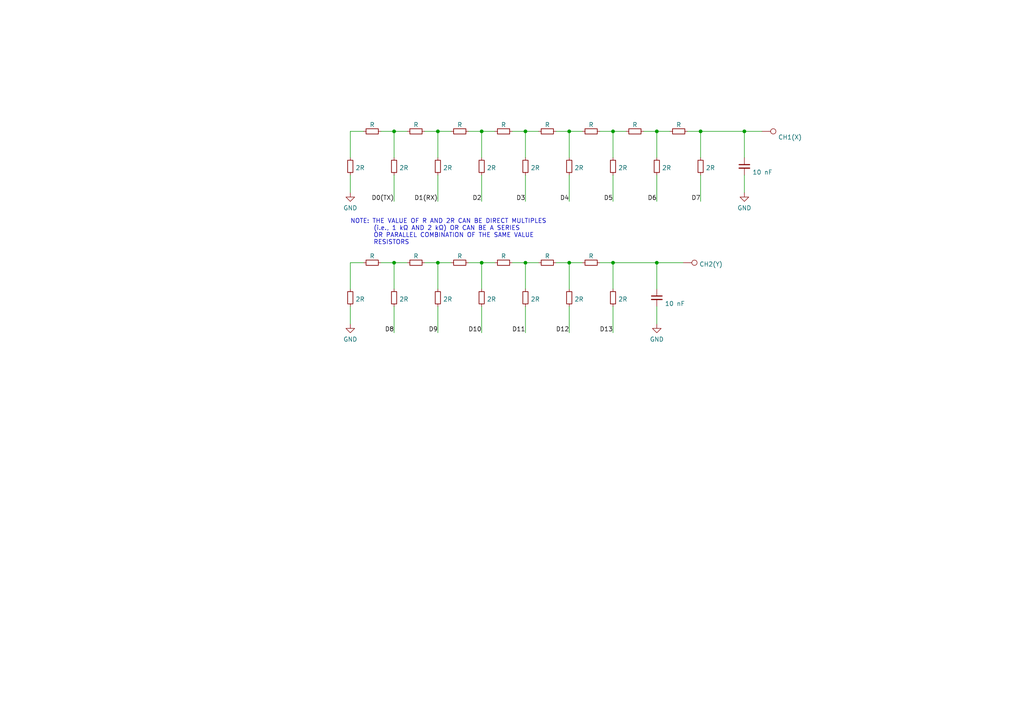
<source format=kicad_sch>
(kicad_sch (version 20211123) (generator eeschema)
  (paper "A4")
  (lib_symbols
    (symbol "Connector:TestPoint" (pin_numbers hide) (pin_names (offset 0.762) hide)
      (property "Reference" "TP" (at 0 6.858 0))
      (property "Value" "TestPoint" (at 0 5.08 0))
      (symbol "TestPoint_0_1"
        (circle (center 0 3.302) (radius 0.762))
      )
      (symbol "TestPoint_1_1"
        (pin passive line (at 0 0 90) (length 2.54) (name "1") (number "1"))
      )
    )
    (symbol "Device:C_Small" (pin_numbers hide) (pin_names (offset 0.254) hide)
      (property "Reference" "C" (at 0.254 1.778 0))
      (property "Value" "C_Small" (at 0.254 -2.032 0))
      (symbol "C_Small_0_1"
        (polyline (pts (xy -1.524 -0.508) (xy 1.524 -0.508)) (stroke (width 0.3302)))
        (polyline (pts (xy -1.524 0.508) (xy 1.524 0.508)) (stroke (width 0.3048)))
      )
      (symbol "C_Small_1_1"
        (pin passive line (at 0 2.54 270) (length 2.032) (name "~") (number "1"))
        (pin passive line (at 0 -2.54 90) (length 2.032) (name "~") (number "2"))
      )
    )
    (symbol "Device:R_Small" (pin_numbers hide) (pin_names (offset 0.254) hide)
      (property "Reference" "R" (at 0.762 0.508 0))
      (property "Value" "R_Small" (at 0.762 -1.016 0))
      (symbol "R_Small_0_1"
        (rectangle (start -0.762 1.778) (end 0.762 -1.778) (stroke (width 0.2032)))
      )
      (symbol "R_Small_1_1"
        (pin passive line (at 0 2.54 270) (length 0.762) (name "~") (number "1"))
        (pin passive line (at 0 -2.54 90) (length 0.762) (name "~") (number "2"))
      )
    )
    (symbol "power:GND" (power) (pin_names (offset 0))
      (property "Value" "GND" (at 0 -3.81 0))
      (symbol "GND_0_1"
        (polyline (pts (xy 0 0) (xy 0 -1.27) (xy 1.27 -1.27) (xy 0 -2.54) (xy -1.27 -1.27) (xy 0 -1.27)))
      )
      (symbol "GND_1_1"
        (pin power_in line (at 0 0 270) (length 0) hide (name "GND") (number "1"))
      )
    )
  )
  (junction (at 177.8 76.2))
  (junction (at 165.1 76.2))
  (junction (at 165.1 38.1))
  (junction (at 139.7 38.1))
  (junction (at 177.8 38.1))
  (junction (at 152.4 76.2))
  (junction (at 152.4 38.1))
  (junction (at 190.5 38.1))
  (junction (at 203.2 38.1))
  (junction (at 114.3 76.2))
  (junction (at 127 38.1))
  (junction (at 127 76.2))
  (junction (at 139.7 76.2))
  (junction (at 215.9 38.1))
  (junction (at 190.5 76.2))
  (junction (at 114.3 38.1))
  (wire (pts (xy 173.99 76.2) (xy 177.8 76.2)))
  (wire (pts (xy 114.3 38.1) (xy 114.3 45.72)))
  (wire (pts (xy 148.59 38.1) (xy 152.4 38.1)))
  (wire (pts (xy 127 88.9) (xy 127 96.52)))
  (wire (pts (xy 152.4 38.1) (xy 156.21 38.1)))
  (wire (pts (xy 139.7 88.9) (xy 139.7 96.52)))
  (wire (pts (xy 123.19 38.1) (xy 127 38.1)))
  (wire (pts (xy 190.5 76.2) (xy 177.8 76.2)))
  (wire (pts (xy 161.29 76.2) (xy 165.1 76.2)))
  (wire (pts (xy 139.7 38.1) (xy 143.51 38.1)))
  (wire (pts (xy 177.8 83.82) (xy 177.8 76.2)))
  (wire (pts (xy 165.1 76.2) (xy 168.91 76.2)))
  (wire (pts (xy 148.59 76.2) (xy 152.4 76.2)))
  (wire (pts (xy 177.8 50.8) (xy 177.8 58.42)))
  (wire (pts (xy 186.69 38.1) (xy 190.5 38.1)))
  (wire (pts (xy 101.6 45.72) (xy 101.6 38.1)))
  (wire (pts (xy 177.8 38.1) (xy 181.61 38.1)))
  (wire (pts (xy 215.9 45.72) (xy 215.9 38.1)))
  (wire (pts (xy 127 38.1) (xy 130.81 38.1)))
  (wire (pts (xy 152.4 50.8) (xy 152.4 58.42)))
  (wire (pts (xy 101.6 76.2) (xy 105.41 76.2)))
  (wire (pts (xy 101.6 83.82) (xy 101.6 76.2)))
  (wire (pts (xy 165.1 38.1) (xy 165.1 45.72)))
  (wire (pts (xy 139.7 76.2) (xy 143.51 76.2)))
  (wire (pts (xy 114.3 50.8) (xy 114.3 58.42)))
  (wire (pts (xy 101.6 88.9) (xy 101.6 93.98)))
  (wire (pts (xy 110.49 38.1) (xy 114.3 38.1)))
  (wire (pts (xy 177.8 45.72) (xy 177.8 38.1)))
  (wire (pts (xy 190.5 83.82) (xy 190.5 76.2)))
  (wire (pts (xy 152.4 88.9) (xy 152.4 96.52)))
  (wire (pts (xy 152.4 38.1) (xy 152.4 45.72)))
  (wire (pts (xy 165.1 50.8) (xy 165.1 58.42)))
  (wire (pts (xy 127 50.8) (xy 127 58.42)))
  (wire (pts (xy 215.9 50.8) (xy 215.9 55.88)))
  (wire (pts (xy 190.5 76.2) (xy 198.12 76.2)))
  (wire (pts (xy 135.89 38.1) (xy 139.7 38.1)))
  (wire (pts (xy 110.49 76.2) (xy 114.3 76.2)))
  (wire (pts (xy 152.4 76.2) (xy 156.21 76.2)))
  (wire (pts (xy 190.5 88.9) (xy 190.5 93.98)))
  (wire (pts (xy 165.1 88.9) (xy 165.1 96.52)))
  (wire (pts (xy 135.89 76.2) (xy 139.7 76.2)))
  (wire (pts (xy 203.2 45.72) (xy 203.2 38.1)))
  (wire (pts (xy 190.5 38.1) (xy 194.31 38.1)))
  (wire (pts (xy 127 83.82) (xy 127 76.2)))
  (wire (pts (xy 139.7 38.1) (xy 139.7 45.72)))
  (wire (pts (xy 177.8 88.9) (xy 177.8 96.52)))
  (wire (pts (xy 139.7 76.2) (xy 139.7 83.82)))
  (wire (pts (xy 190.5 38.1) (xy 190.5 45.72)))
  (wire (pts (xy 165.1 38.1) (xy 168.91 38.1)))
  (wire (pts (xy 114.3 88.9) (xy 114.3 96.52)))
  (wire (pts (xy 161.29 38.1) (xy 165.1 38.1)))
  (wire (pts (xy 203.2 50.8) (xy 203.2 58.42)))
  (wire (pts (xy 173.99 38.1) (xy 177.8 38.1)))
  (wire (pts (xy 101.6 38.1) (xy 105.41 38.1)))
  (wire (pts (xy 114.3 38.1) (xy 118.11 38.1)))
  (wire (pts (xy 114.3 76.2) (xy 118.11 76.2)))
  (wire (pts (xy 165.1 76.2) (xy 165.1 83.82)))
  (wire (pts (xy 190.5 50.8) (xy 190.5 58.42)))
  (wire (pts (xy 114.3 76.2) (xy 114.3 83.82)))
  (wire (pts (xy 127 45.72) (xy 127 38.1)))
  (wire (pts (xy 123.19 76.2) (xy 127 76.2)))
  (wire (pts (xy 127 76.2) (xy 130.81 76.2)))
  (wire (pts (xy 139.7 50.8) (xy 139.7 58.42)))
  (wire (pts (xy 152.4 76.2) (xy 152.4 83.82)))
  (wire (pts (xy 101.6 50.8) (xy 101.6 55.88)))
  (wire (pts (xy 215.9 38.1) (xy 203.2 38.1)))
  (wire (pts (xy 215.9 38.1) (xy 220.98 38.1)))
  (wire (pts (xy 203.2 38.1) (xy 199.39 38.1)))
  (text "NOTE: THE VALUE OF R AND 2R CAN BE DIRECT MULTIPLES\n	  (i.e., 1 kΩ AND 2 kΩ) OR CAN BE A SERIES\n	  OR PARALLEL COMBINATION OF THE SAME VALUE\n	  RESISTORS" (at 101.6 71.12 0) (effects (font (size 1.27 1.27)) (justify left bottom)))
  (label "D9" (at 127 96.52 180))
  (label "D10" (at 139.7 96.52 180))
  (label "D0(TX)" (at 114.3 58.42 180))
  (label "D11" (at 152.4 96.52 180))
  (label "D2" (at 139.7 58.42 180))
  (label "D7" (at 203.2 58.42 180))
  (label "D5" (at 177.8 58.42 180))
  (label "D3" (at 152.4 58.42 180))
  (label "D12" (at 165.1 96.52 180))
  (label "D13" (at 177.8 96.52 180))
  (label "D4" (at 165.1 58.42 180))
  (label "D6" (at 190.5 58.42 180))
  (label "D1(RX)" (at 127 58.42 180))
  (label "D8" (at 114.3 96.52 180))
  (symbol (lib_id "Device:R_Small") (at 184.15 38.1 90) (unit 1)
    (property "Reference" "R?" (effects hide))
    (property "Value" "R" (at 184.15 36.2006 90))
  )
  (symbol (lib_id "Connector:TestPoint") (at 198.12 76.2 270) (unit 1)
    (property "Reference" "TP?" (effects hide))
    (property "Value" "CH2(Y)" (at 202.819 76.6338 90) (effects (justify left)))
  )
  (symbol (lib_id "Device:R_Small") (at 127 86.36 0) (unit 1)
    (property "Reference" "R?" (effects hide))
    (property "Value" "2R" (at 128.4986 86.7938 0) (effects (justify left)))
  )
  (symbol (lib_id "Device:C_Small") (at 190.5 86.36 0) (unit 1)
    (property "Reference" "C?" (effects hide))
    (property "Value" "10 nF" (at 192.8241 88.0685 0) (effects (justify left)))
  )
  (symbol (lib_id "Device:R_Small") (at 152.4 86.36 0) (unit 1)
    (property "Reference" "R?" (effects hide))
    (property "Value" "2R" (at 153.8986 86.7938 0) (effects (justify left)))
  )
  (symbol (lib_id "Device:R_Small") (at 190.5 48.26 0) (unit 1)
    (property "Reference" "R?" (effects hide))
    (property "Value" "2R" (at 191.9986 48.6938 0) (effects (justify left)))
  )
  (symbol (lib_id "Device:R_Small") (at 107.95 38.1 90) (unit 1)
    (property "Reference" "R?" (effects hide))
    (property "Value" "R" (at 107.95 36.2006 90))
  )
  (symbol (lib_id "power:GND") (at 215.9 55.88 0) (unit 1)
    (property "Reference" "#PWR?" (effects hide))
    (property "Value" "GND" (at 215.9 60.3234 0))
  )
  (symbol (lib_id "Device:R_Small") (at 196.85 38.1 90) (unit 1)
    (property "Reference" "R?" (effects hide))
    (property "Value" "R" (at 196.85 36.2006 90))
  )
  (symbol (lib_id "Device:R_Small") (at 107.95 76.2 90) (unit 1)
    (property "Reference" "R?" (effects hide))
    (property "Value" "R" (at 107.95 74.3006 90))
  )
  (symbol (lib_id "Device:R_Small") (at 177.8 86.36 0) (unit 1)
    (property "Reference" "R?" (effects hide))
    (property "Value" "2R" (at 179.2986 86.7938 0) (effects (justify left)))
  )
  (symbol (lib_id "Device:R_Small") (at 165.1 86.36 0) (unit 1)
    (property "Reference" "R?" (effects hide))
    (property "Value" "2R" (at 166.5986 86.7938 0) (effects (justify left)))
  )
  (symbol (lib_id "Device:R_Small") (at 127 48.26 0) (unit 1)
    (property "Reference" "R?" (effects hide))
    (property "Value" "2R" (at 128.4986 48.6938 0) (effects (justify left)))
  )
  (symbol (lib_id "Device:R_Small") (at 158.75 76.2 90) (unit 1)
    (property "Reference" "R?" (effects hide))
    (property "Value" "R" (at 158.75 74.3006 90))
  )
  (symbol (lib_id "Device:R_Small") (at 120.65 76.2 90) (unit 1)
    (property "Reference" "R?" (effects hide))
    (property "Value" "R" (at 120.65 74.3006 90))
  )
  (symbol (lib_id "Device:R_Small") (at 114.3 48.26 0) (unit 1)
    (property "Reference" "R?" (effects hide))
    (property "Value" "2R" (at 115.7986 48.6938 0) (effects (justify left)))
  )
  (symbol (lib_id "Device:R_Small") (at 203.2 48.26 0) (unit 1)
    (property "Reference" "R?" (effects hide))
    (property "Value" "2R" (at 204.6986 48.6938 0) (effects (justify left)))
  )
  (symbol (lib_id "Device:C_Small") (at 215.9 48.26 0) (unit 1)
    (property "Reference" "C?" (effects hide))
    (property "Value" "10 nF" (at 218.2241 49.9685 0) (effects (justify left)))
  )
  (symbol (lib_id "Device:R_Small") (at 158.75 38.1 90) (unit 1)
    (property "Reference" "R?" (effects hide))
    (property "Value" "R" (at 158.75 36.2006 90))
  )
  (symbol (lib_id "Device:R_Small") (at 152.4 48.26 0) (unit 1)
    (property "Reference" "R?" (effects hide))
    (property "Value" "2R" (at 153.8986 48.6938 0) (effects (justify left)))
  )
  (symbol (lib_id "Device:R_Small") (at 133.35 76.2 90) (unit 1)
    (property "Reference" "R?" (effects hide))
    (property "Value" "R" (at 133.35 74.3006 90))
  )
  (symbol (lib_id "Device:R_Small") (at 101.6 48.26 0) (unit 1)
    (property "Reference" "R?" (effects hide))
    (property "Value" "2R" (at 103.0986 48.6938 0) (effects (justify left)))
  )
  (symbol (lib_id "power:GND") (at 101.6 93.98 0) (unit 1)
    (property "Reference" "#PWR?" (effects hide))
    (property "Value" "GND" (at 101.6 98.4234 0))
  )
  (symbol (lib_id "power:GND") (at 101.6 55.88 0) (unit 1)
    (property "Reference" "#PWR?" (effects hide))
    (property "Value" "GND" (at 101.6 60.3234 0))
  )
  (symbol (lib_id "Device:R_Small") (at 165.1 48.26 0) (unit 1)
    (property "Reference" "R?" (effects hide))
    (property "Value" "2R" (at 166.5986 48.6938 0) (effects (justify left)))
  )
  (symbol (lib_id "Device:R_Small") (at 139.7 48.26 0) (unit 1)
    (property "Reference" "R?" (effects hide))
    (property "Value" "2R" (at 141.1986 48.6938 0) (effects (justify left)))
  )
  (symbol (lib_id "Device:R_Small") (at 146.05 38.1 90) (unit 1)
    (property "Reference" "R?" (effects hide))
    (property "Value" "R" (at 146.05 36.2006 90))
  )
  (symbol (lib_id "power:GND") (at 190.5 93.98 0) (unit 1)
    (property "Reference" "#PWR?" (effects hide))
    (property "Value" "GND" (at 190.5 98.4234 0))
  )
  (symbol (lib_id "Device:R_Small") (at 120.65 38.1 90) (unit 1)
    (property "Reference" "R?" (effects hide))
    (property "Value" "R" (at 120.65 36.2006 90))
  )
  (symbol (lib_id "Device:R_Small") (at 139.7 86.36 0) (unit 1)
    (property "Reference" "R?" (effects hide))
    (property "Value" "2R" (at 141.1986 86.7938 0) (effects (justify left)))
  )
  (symbol (lib_id "Device:R_Small") (at 171.45 76.2 90) (unit 1)
    (property "Reference" "R?" (effects hide))
    (property "Value" "R" (at 171.45 74.3006 90))
  )
  (symbol (lib_id "Device:R_Small") (at 114.3 86.36 0) (unit 1)
    (property "Reference" "R?" (effects hide))
    (property "Value" "2R" (at 115.7986 86.7938 0) (effects (justify left)))
  )
  (symbol (lib_id "Connector:TestPoint") (at 220.98 38.1 270) (unit 1)
    (property "Reference" "TP?" (effects hide))
    (property "Value" "CH1(X)" (at 225.679 39.8022 90) (effects (justify left)))
  )
  (symbol (lib_id "Device:R_Small") (at 146.05 76.2 90) (unit 1)
    (property "Reference" "R?" (effects hide))
    (property "Value" "R" (at 146.05 74.3006 90))
  )
  (symbol (lib_id "Device:R_Small") (at 101.6 86.36 0) (unit 1)
    (property "Reference" "R?" (effects hide))
    (property "Value" "2R" (at 103.0986 86.7938 0) (effects (justify left)))
  )
  (symbol (lib_id "Device:R_Small") (at 171.45 38.1 90) (unit 1)
    (property "Reference" "R?" (effects hide))
    (property "Value" "R" (at 171.45 36.2006 90))
  )
  (symbol (lib_id "Device:R_Small") (at 177.8 48.26 0) (unit 1)
    (property "Reference" "R?" (effects hide))
    (property "Value" "2R" (at 179.2986 48.6938 0) (effects (justify left)))
  )
  (symbol (lib_id "Device:R_Small") (at 133.35 38.1 90) (unit 1)
    (property "Reference" "R?" (effects hide))
    (property "Value" "R" (at 133.35 36.2006 90))
  )
)
</source>
